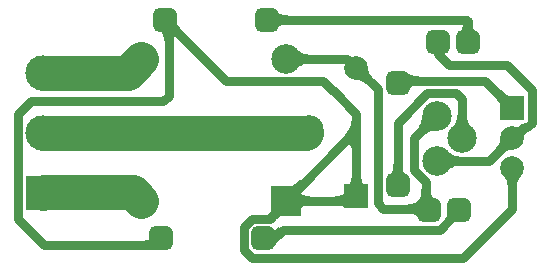
<source format=gbl>
G04*
G04 #@! TF.GenerationSoftware,Altium Limited,Altium Designer,20.1.11 (218)*
G04*
G04 Layer_Physical_Order=2*
G04 Layer_Color=16711680*
%FSLAX44Y44*%
%MOMM*%
G71*
G04*
G04 #@! TF.SameCoordinates,8D7DA4D9-43DC-4990-A059-E20095D3F8E4*
G04*
G04*
G04 #@! TF.FilePolarity,Positive*
G04*
G01*
G75*
%ADD16C,0.8000*%
%ADD17C,3.0000*%
%ADD18C,2.5000*%
%ADD19R,2.5000X2.5000*%
%ADD20R,3.0000X3.0000*%
%ADD21C,3.0000*%
G04:AMPARAMS|DCode=22|XSize=2mm|YSize=2mm|CornerRadius=0.5mm|HoleSize=0mm|Usage=FLASHONLY|Rotation=0.000|XOffset=0mm|YOffset=0mm|HoleType=Round|Shape=RoundedRectangle|*
%AMROUNDEDRECTD22*
21,1,2.0000,1.0000,0,0,0.0*
21,1,1.0000,2.0000,0,0,0.0*
1,1,1.0000,0.5000,-0.5000*
1,1,1.0000,-0.5000,-0.5000*
1,1,1.0000,-0.5000,0.5000*
1,1,1.0000,0.5000,0.5000*
%
%ADD22ROUNDEDRECTD22*%
%ADD23C,2.0000*%
%ADD24R,2.0000X2.0000*%
G04:AMPARAMS|DCode=25|XSize=2mm|YSize=2mm|CornerRadius=0.5mm|HoleSize=0mm|Usage=FLASHONLY|Rotation=270.000|XOffset=0mm|YOffset=0mm|HoleType=Round|Shape=RoundedRectangle|*
%AMROUNDEDRECTD25*
21,1,2.0000,1.0000,0,0,270.0*
21,1,1.0000,2.0000,0,0,270.0*
1,1,1.0000,-0.5000,-0.5000*
1,1,1.0000,-0.5000,0.5000*
1,1,1.0000,0.5000,0.5000*
1,1,1.0000,0.5000,-0.5000*
%
%ADD25ROUNDEDRECTD25*%
G36*
X258209Y214225D02*
X258481Y213548D01*
X258935Y212951D01*
X259570Y212433D01*
X260387Y211995D01*
X261385Y211637D01*
X262565Y211358D01*
X263926Y211159D01*
X265469Y211040D01*
X267193Y211000D01*
Y203000D01*
X265469Y202960D01*
X263926Y202841D01*
X262565Y202642D01*
X261385Y202363D01*
X260387Y202005D01*
X259570Y201567D01*
X258935Y201049D01*
X258481Y200452D01*
X258209Y199775D01*
X258118Y199018D01*
Y214981D01*
X258209Y214225D01*
D02*
G37*
G36*
X423437Y204077D02*
X423547Y202630D01*
X423730Y201353D01*
X423986Y200247D01*
X424316Y199310D01*
X424719Y198544D01*
X425195Y197948D01*
X425744Y197523D01*
X426367Y197268D01*
X427063Y197183D01*
X411738D01*
X412434Y197268D01*
X413056Y197523D01*
X413605Y197948D01*
X414082Y198544D01*
X414485Y199310D01*
X414814Y200247D01*
X415071Y201353D01*
X415254Y202630D01*
X415364Y204077D01*
X415400Y205694D01*
X423400D01*
X423437Y204077D01*
D02*
G37*
G36*
X172353Y207682D02*
X172130Y206948D01*
X172133Y206101D01*
X172362Y205141D01*
X172818Y204066D01*
X173500Y202878D01*
X174408Y201576D01*
X175542Y200160D01*
X178490Y196987D01*
X172833Y191331D01*
X171190Y192917D01*
X170253Y193711D01*
X170086Y192211D01*
X170022Y190911D01*
X170000Y189524D01*
X162000Y188987D01*
X161960Y190639D01*
X161840Y192102D01*
X161640Y193377D01*
X161360Y194463D01*
X161000Y195360D01*
X160560Y196069D01*
X160040Y196589D01*
X159440Y196921D01*
X158760Y197064D01*
X158000Y197018D01*
X162265Y197764D01*
X172803Y208301D01*
X172353Y207682D01*
D02*
G37*
G36*
X274869Y181848D02*
X275834Y181040D01*
X276820Y180328D01*
X277828Y179710D01*
X278859Y179188D01*
X279912Y178760D01*
X280986Y178428D01*
X282083Y178190D01*
X283202Y178048D01*
X284343Y178000D01*
Y170000D01*
X283202Y169953D01*
X282083Y169810D01*
X280986Y169573D01*
X279912Y169240D01*
X278859Y168813D01*
X277828Y168290D01*
X276820Y167673D01*
X275834Y166960D01*
X274869Y166153D01*
X273927Y165250D01*
Y182750D01*
X274869Y181848D01*
D02*
G37*
G36*
X335027Y165446D02*
X335128Y164624D01*
X335301Y163814D01*
X335547Y163017D01*
X335866Y162231D01*
X336258Y161458D01*
X336722Y160696D01*
X337259Y159947D01*
X337869Y159210D01*
X338551Y158485D01*
X332895Y152828D01*
X332170Y153511D01*
X331433Y154121D01*
X330683Y154658D01*
X329922Y155122D01*
X329149Y155514D01*
X328363Y155833D01*
X327565Y156079D01*
X326756Y156252D01*
X325934Y156353D01*
X325100Y156381D01*
X334999Y166280D01*
X335027Y165446D01*
D02*
G37*
G36*
X368308Y161955D02*
X369161Y161448D01*
X370065Y161001D01*
X371020Y160613D01*
X372025Y160285D01*
X373082Y160017D01*
X374189Y159808D01*
X375347Y159659D01*
X376556Y159570D01*
X377815Y159540D01*
X378012Y151540D01*
X376355Y151500D01*
X374886Y151380D01*
X373605Y151180D01*
X372512Y150901D01*
X371607Y150541D01*
X370889Y150101D01*
X370359Y149582D01*
X370018Y148982D01*
X369863Y148303D01*
X369897Y147544D01*
X367505Y162521D01*
X368308Y161955D01*
D02*
G37*
G36*
X448674Y146440D02*
X451619Y143944D01*
X452921Y143036D01*
X454109Y142354D01*
X455183Y141899D01*
X456144Y141669D01*
X456991Y141666D01*
X457724Y141890D01*
X458344Y142339D01*
X447061Y131056D01*
X447510Y131675D01*
X447733Y132409D01*
X447730Y133256D01*
X447501Y134216D01*
X447046Y135291D01*
X446364Y136479D01*
X445456Y137781D01*
X444321Y139197D01*
X441373Y142370D01*
X447030Y148026D01*
X448674Y146440D01*
D02*
G37*
G36*
X470515Y113032D02*
X469800Y112312D01*
X466855Y108941D01*
X466833Y108819D01*
X461276Y116040D01*
X461426Y116012D01*
X461622Y116050D01*
X461864Y116152D01*
X462153Y116320D01*
X462488Y116552D01*
X462869Y116849D01*
X463771Y117639D01*
X464858Y118688D01*
X470515Y113032D01*
D02*
G37*
G36*
X418477Y124932D02*
X418619Y123813D01*
X418857Y122716D01*
X419189Y121641D01*
X419617Y120589D01*
X420139Y119558D01*
X420757Y118549D01*
X421469Y117563D01*
X422277Y116599D01*
X423179Y115657D01*
X405680D01*
X406582Y116599D01*
X407389Y117563D01*
X408102Y118549D01*
X408719Y119558D01*
X409242Y120589D01*
X409669Y121641D01*
X410002Y122716D01*
X410239Y123813D01*
X410382Y124932D01*
X410429Y126073D01*
X418429D01*
X418477Y124932D01*
D02*
G37*
G36*
X392714Y113280D02*
X391410Y113252D01*
X390157Y113141D01*
X388956Y112948D01*
X387806Y112671D01*
X386708Y112312D01*
X385661Y111870D01*
X384666Y111345D01*
X383723Y110738D01*
X382831Y110047D01*
X381991Y109274D01*
X376334Y114931D01*
X377107Y115771D01*
X377797Y116663D01*
X378405Y117607D01*
X378930Y118602D01*
X379372Y119648D01*
X379731Y120746D01*
X380007Y121896D01*
X380201Y123097D01*
X380312Y124350D01*
X380340Y125655D01*
X392714Y113280D01*
D02*
G37*
G36*
X329000Y114000D02*
X321000Y96343D01*
X320943Y97806D01*
X320773Y98997D01*
X320490Y99914D01*
X320094Y100558D01*
X319585Y100929D01*
X318963Y101026D01*
X318228Y100851D01*
X317379Y100402D01*
X316418Y99681D01*
X315343Y98686D01*
Y110000D01*
X316418Y111155D01*
X317379Y112356D01*
X318228Y113605D01*
X318963Y114900D01*
X319585Y116242D01*
X320094Y117632D01*
X320490Y119067D01*
X320773Y120550D01*
X320943Y122080D01*
X321000Y123657D01*
X329000Y114000D01*
D02*
G37*
G36*
X456900Y97001D02*
X456066Y96973D01*
X455244Y96872D01*
X454434Y96699D01*
X453636Y96452D01*
X452851Y96133D01*
X452077Y95742D01*
X451316Y95278D01*
X450567Y94740D01*
X449830Y94131D01*
X449105Y93448D01*
X443448Y99105D01*
X444131Y99830D01*
X444740Y100567D01*
X445277Y101316D01*
X445742Y102078D01*
X446133Y102851D01*
X446452Y103637D01*
X446698Y104434D01*
X446872Y105244D01*
X446972Y106066D01*
X447000Y106900D01*
X456900Y97001D01*
D02*
G37*
G36*
X402709Y95527D02*
X403673Y94720D01*
X404659Y94007D01*
X405668Y93390D01*
X406698Y92867D01*
X407751Y92440D01*
X408825Y92107D01*
X409922Y91870D01*
X411041Y91727D01*
X412182Y91680D01*
Y83680D01*
X411041Y83632D01*
X409922Y83490D01*
X408825Y83252D01*
X407751Y82920D01*
X406698Y82492D01*
X405668Y81970D01*
X404659Y81352D01*
X403673Y80640D01*
X402709Y79832D01*
X401766Y78930D01*
Y96430D01*
X402709Y95527D01*
D02*
G37*
G36*
X364039Y83109D02*
X364159Y81566D01*
X364358Y80205D01*
X364636Y79025D01*
X364995Y78027D01*
X365433Y77210D01*
X365950Y76575D01*
X366547Y76121D01*
X367224Y75849D01*
X367981Y75758D01*
X352018D01*
X352774Y75849D01*
X353451Y76121D01*
X354048Y76575D01*
X354566Y77210D01*
X355004Y78027D01*
X355362Y79025D01*
X355641Y80205D01*
X355840Y81566D01*
X355960Y83109D01*
X355999Y84833D01*
X363999D01*
X364039Y83109D01*
D02*
G37*
G36*
X329040Y74064D02*
X329160Y72699D01*
X329360Y71494D01*
X329640Y70450D01*
X330000Y69567D01*
X330440Y68844D01*
X330960Y68282D01*
X331560Y67881D01*
X332240Y67640D01*
X333000Y67559D01*
X317000D01*
X317760Y67640D01*
X318440Y67881D01*
X319040Y68282D01*
X319560Y68844D01*
X320000Y69567D01*
X320360Y70450D01*
X320640Y71494D01*
X320840Y72699D01*
X320960Y74064D01*
X321000Y75590D01*
X329000D01*
X329040Y74064D01*
D02*
G37*
G36*
X463430Y73849D02*
X462920Y73197D01*
X462470Y72501D01*
X462080Y71763D01*
X461750Y70982D01*
X461480Y70159D01*
X461270Y69292D01*
X461120Y68382D01*
X461030Y67430D01*
X461000Y66435D01*
X453000D01*
X452970Y67430D01*
X452880Y68382D01*
X452730Y69292D01*
X452520Y70159D01*
X452250Y70982D01*
X451920Y71763D01*
X451530Y72501D01*
X451080Y73197D01*
X450570Y73849D01*
X450000Y74459D01*
X464000D01*
X463430Y73849D01*
D02*
G37*
G36*
X283127Y66470D02*
X281540Y64827D01*
X279044Y61881D01*
X278136Y60580D01*
X277957Y60267D01*
X278162Y59960D01*
X278724Y59440D01*
X279447Y59000D01*
X280330Y58640D01*
X281374Y58360D01*
X282579Y58160D01*
X283944Y58040D01*
X285470Y58000D01*
Y50000D01*
X283944Y49960D01*
X282579Y49840D01*
X281374Y49640D01*
X280330Y49360D01*
X279447Y49000D01*
X278724Y48560D01*
X278162Y48040D01*
X277761Y47440D01*
X277520Y46760D01*
X277439Y46000D01*
Y59355D01*
X276999Y58317D01*
X276770Y57356D01*
X276767Y56509D01*
X276990Y55776D01*
X277439Y55156D01*
X266156Y66439D01*
X266775Y65990D01*
X267509Y65767D01*
X268356Y65770D01*
X269317Y65999D01*
X270391Y66455D01*
X271579Y67137D01*
X272881Y68045D01*
X274297Y69179D01*
X277470Y72127D01*
X283127Y66470D01*
D02*
G37*
G36*
X315030Y47651D02*
X314950Y48097D01*
X314710Y48497D01*
X314310Y48849D01*
X313750Y49154D01*
X313030Y49413D01*
X312150Y49624D01*
X311110Y49789D01*
X309910Y49906D01*
X307030Y50000D01*
Y58000D01*
X308554Y58040D01*
X309918Y58160D01*
X311122Y58360D01*
X312166Y58640D01*
X313049Y59000D01*
X313772Y59440D01*
X314334Y59960D01*
X314737Y60560D01*
X314979Y61240D01*
X315061Y62000D01*
X315030Y47651D01*
D02*
G37*
G36*
X388169Y62354D02*
X388288Y60883D01*
X388488Y59600D01*
X388768Y58504D01*
X389128Y57597D01*
X389567Y56876D01*
X390087Y56344D01*
X390686Y55999D01*
X391366Y55843D01*
X392125Y55873D01*
X377695Y53622D01*
X376742Y39097D01*
X376704Y39855D01*
X376487Y40533D01*
X376091Y41132D01*
X375514Y41650D01*
X374759Y42089D01*
X373824Y42448D01*
X372709Y42727D01*
X371414Y42926D01*
X369940Y43046D01*
X368287Y43086D01*
X368298Y51086D01*
X369617Y51120D01*
X370853Y51224D01*
X372006Y51397D01*
X373077Y51639D01*
X374064Y51951D01*
X374968Y52331D01*
X375789Y52781D01*
X376527Y53300D01*
X377183Y53888D01*
X377436Y54179D01*
X377561Y54354D01*
X378100Y55243D01*
X378575Y56174D01*
X378987Y57146D01*
X379336Y58160D01*
X379621Y59216D01*
X379843Y60314D01*
X380002Y61454D01*
X380097Y62635D01*
X380129Y63859D01*
X388129Y64013D01*
X388169Y62354D01*
D02*
G37*
G36*
X260787Y41531D02*
X260685Y41491D01*
X260469Y41330D01*
X260139Y41049D01*
X257682Y38722D01*
X254642Y35712D01*
X248986Y41368D01*
X252531Y45238D01*
X260787Y41531D01*
D02*
G37*
G36*
X261849Y23012D02*
X260926Y22067D01*
X258543Y19355D01*
X257877Y18493D01*
X256741Y16831D01*
X256270Y16031D01*
X255521Y14494D01*
X253336Y31453D01*
X253517Y30562D01*
X253801Y29887D01*
X254189Y29430D01*
X254681Y29188D01*
X255277Y29164D01*
X255976Y29355D01*
X256780Y29764D01*
X257687Y30389D01*
X258697Y31231D01*
X259812Y32289D01*
X261849Y23012D01*
D02*
G37*
G36*
X153523Y12158D02*
X153524Y12128D01*
X153373Y12101D01*
X153072Y12078D01*
X150353Y12014D01*
X146726Y12000D01*
X141808Y20000D01*
X143558Y20040D01*
X145097Y20160D01*
X146426Y20360D01*
X147545Y20640D01*
X148453Y21000D01*
X149151Y21440D01*
X149638Y21960D01*
X149915Y22560D01*
X149982Y23240D01*
X149838Y24000D01*
X153523Y12158D01*
D02*
G37*
D16*
X265000Y54000D02*
X325000Y114000D01*
Y127000D01*
Y57620D02*
Y114000D01*
X304794Y147206D02*
X325000Y127000D01*
X296380Y154940D02*
X304794Y146526D01*
X214880Y154940D02*
X296380D01*
X166000Y203820D02*
X214880Y154940D01*
X162821Y207000D02*
X166000Y203820D01*
X161314Y138176D02*
X166000Y142862D01*
X49530Y138176D02*
X161314D01*
X166000Y142862D02*
Y203820D01*
X467686Y115860D02*
X469709D01*
X473540Y119691D01*
Y147176D01*
X452313Y168402D02*
X473540Y147176D01*
X384129Y48171D02*
Y69464D01*
Y48171D02*
X386299Y46000D01*
X385214Y47086D02*
X386299Y46000D01*
X343158Y51772D02*
Y148222D01*
X347844Y47086D02*
X385214D01*
X343158Y51772D02*
X347844Y47086D01*
X249180Y16000D02*
X262641Y29460D01*
X396079D01*
X406317Y39698D01*
Y40618D01*
X411699Y46000D01*
X436000Y26000D02*
X436000D01*
X236400Y5460D02*
X415460D01*
X436000Y26000D01*
X436000D02*
X457000Y47000D01*
X229640Y31780D02*
X236400Y38540D01*
X256500Y45500D02*
X265000Y54000D01*
X229640Y12220D02*
Y31780D01*
Y12220D02*
X236400Y5460D01*
X256500Y43226D02*
Y45500D01*
X251814Y38540D02*
X256500Y43226D01*
X236400Y38540D02*
X251814D01*
X373799Y106740D02*
X392839Y125780D01*
X373799Y79793D02*
Y106740D01*
Y79793D02*
X384129Y69464D01*
X414429Y106730D02*
Y140314D01*
X409743Y145000D02*
X414429Y140314D01*
X385133Y145000D02*
X409743D01*
X359999Y119867D02*
X385133Y145000D01*
X362359Y155540D02*
X433860D01*
X359999Y153180D02*
X362359Y155540D01*
X433860D02*
X457000Y132400D01*
Y107000D02*
X458826D01*
X403398Y168402D02*
X452313D01*
X458826Y107000D02*
X467686Y115860D01*
X457000Y47000D02*
Y81600D01*
X282500Y111500D02*
X285000Y114000D01*
X265000Y54000D02*
X265001Y54000D01*
X321379D02*
X325000Y57620D01*
X265001Y54000D02*
X321379D01*
X265000Y174000D02*
X317380D01*
X325000Y166380D01*
X392839Y87680D02*
X437680D01*
X457000Y107000D01*
X325000Y166380D02*
X343158Y148222D01*
X60454Y16000D02*
X162820D01*
X38354Y38100D02*
X60454Y16000D01*
X38354Y38100D02*
Y127000D01*
X49530Y138176D01*
X249181Y207000D02*
X418094D01*
X419400Y205694D01*
Y188000D02*
Y205694D01*
X359999Y66820D02*
Y119867D01*
X394000Y177800D02*
X403398Y168402D01*
X394000Y177800D02*
Y188000D01*
D17*
X60000Y60700D02*
X60300Y61000D01*
X136000D02*
X143000Y54000D01*
X60300Y61000D02*
X136000D01*
X143000Y54000D02*
X143000D01*
X60000Y111500D02*
X282500D01*
X60000Y162300D02*
X131300D01*
X143000Y174000D01*
D18*
Y54000D02*
D03*
Y174000D02*
D03*
X265000D02*
D03*
X285000Y114000D02*
D03*
X414429Y106730D02*
D03*
X392839Y125780D02*
D03*
Y87680D02*
D03*
D19*
X265000Y54000D02*
D03*
D20*
X60000Y60700D02*
D03*
D21*
Y111500D02*
D03*
Y162300D02*
D03*
D22*
X419400Y188000D02*
D03*
X394000D02*
D03*
X411699Y46000D02*
D03*
X386299D02*
D03*
X249181Y207000D02*
D03*
X162821D02*
D03*
X246180Y22000D02*
D03*
X159820D02*
D03*
D23*
X457000Y81600D02*
D03*
Y107000D02*
D03*
X325000Y166380D02*
D03*
D24*
X457000Y132400D02*
D03*
X325000Y57620D02*
D03*
D25*
X359999Y153180D02*
D03*
Y66820D02*
D03*
M02*

</source>
